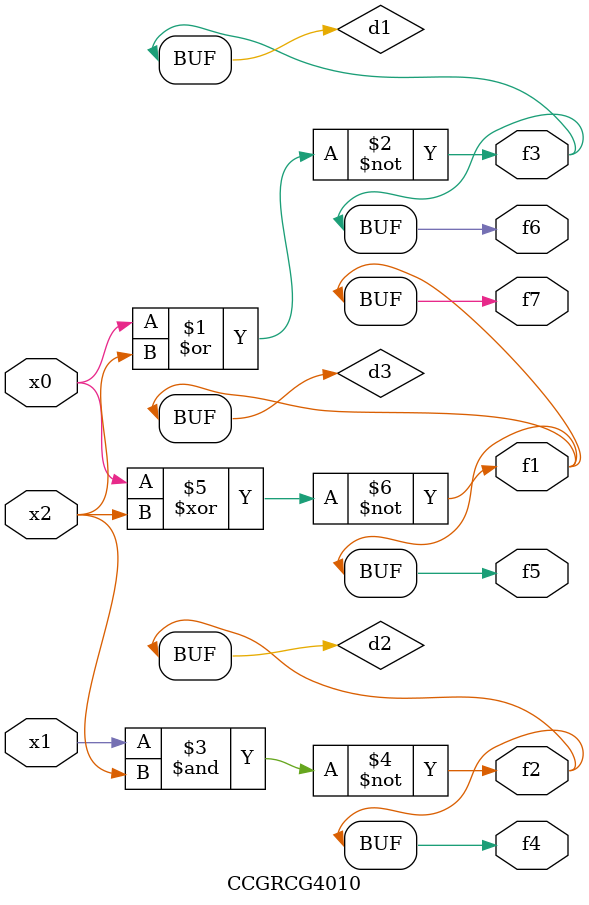
<source format=v>
module CCGRCG4010(
	input x0, x1, x2,
	output f1, f2, f3, f4, f5, f6, f7
);

	wire d1, d2, d3;

	nor (d1, x0, x2);
	nand (d2, x1, x2);
	xnor (d3, x0, x2);
	assign f1 = d3;
	assign f2 = d2;
	assign f3 = d1;
	assign f4 = d2;
	assign f5 = d3;
	assign f6 = d1;
	assign f7 = d3;
endmodule

</source>
